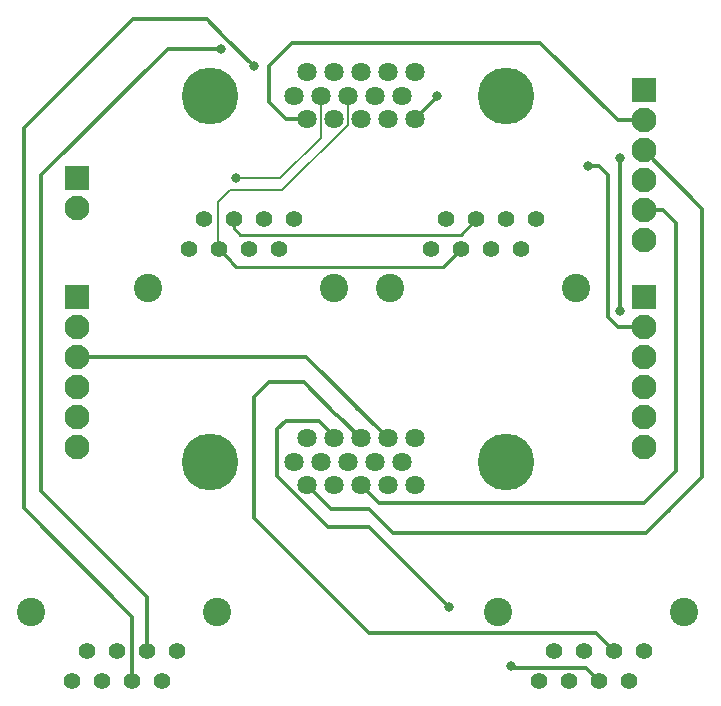
<source format=gbr>
G04 CAM350 V10.5 (Build 464) Date:  Mon Feb 15 08:33:08 2021 *
G04 Database: (Untitled) *
G04 Layer 1: ad57_adapter-B_Cu.gbr *
%FSLAX23Y23*%
%MOIN*%
%SFA1.000B1.000*%

%MIA0B0*%
%IPPOS*%
%ADD10R,0.08268X0.08268*%
%ADD11C,0.08268*%
%ADD12C,0.18902*%
%ADD13C,0.06449*%
%ADD14C,0.09449*%
%ADD15C,0.05512*%
%ADD16C,0.03150*%
%ADD17C,0.01181*%
%ADD18C,0.00984*%
%ADD19C,0.00787*%
%LNad57_adapter-B_Cu.gbr*%
%LPD*%
G54D10*
X5138Y-3071D03*
G54D11*
Y-3171D03*
G54D10*
X7028Y-2776D03*
G54D11*
Y-2876D03*
Y-2976D03*
Y-3076D03*
Y-3176D03*
Y-3276D03*
Y-3965D03*
Y-3865D03*
Y-3765D03*
Y-3665D03*
Y-3565D03*
G54D10*
Y-3465D03*
G54D12*
X6568Y-4015D03*
X5584D03*
G54D13*
X6266Y-4093D03*
X6176D03*
X6086D03*
X5996D03*
X5906D03*
X6221Y-4015D03*
X6131D03*
X6041D03*
X5951D03*
X5861D03*
X6266Y-3937D03*
X6176D03*
X6086D03*
X5996D03*
X5906D03*
Y-2717D03*
X5996D03*
X6086D03*
X6176D03*
X6266D03*
X5861Y-2795D03*
X5951D03*
X6041D03*
X6131D03*
X6221D03*
X5906Y-2873D03*
X5996D03*
X6086D03*
X6176D03*
X6266D03*
G54D12*
X5584Y-2795D03*
X6568D03*
G54D14*
X4987Y-4516D03*
X5607D03*
G54D15*
X5122Y-4746D03*
X5172Y-4646D03*
X5222Y-4746D03*
X5272Y-4646D03*
X5322Y-4746D03*
X5372Y-4646D03*
X5422Y-4746D03*
X5472Y-4646D03*
G54D10*
X5138Y-3465D03*
G54D11*
Y-3565D03*
Y-3665D03*
Y-3765D03*
Y-3865D03*
Y-3965D03*
G54D14*
X5997Y-3437D03*
X5377D03*
G54D15*
X5862Y-3207D03*
X5812Y-3307D03*
X5762Y-3207D03*
X5712Y-3307D03*
X5662Y-3207D03*
X5612Y-3307D03*
X5562Y-3207D03*
X5512Y-3307D03*
X7028Y-4646D03*
X6978Y-4746D03*
X6928Y-4646D03*
X6878Y-4746D03*
X6828Y-4646D03*
X6778Y-4746D03*
X6728Y-4646D03*
X6678Y-4746D03*
G54D14*
X7163Y-4516D03*
X6543D03*
G54D15*
X6319Y-3307D03*
X6369Y-3207D03*
X6419Y-3307D03*
X6469Y-3207D03*
X6519Y-3307D03*
X6569Y-3207D03*
X6619Y-3307D03*
X6669Y-3207D03*
G54D14*
X6184Y-3437D03*
X6804D03*
G54D16*
X6949Y-3514D03*
Y-3002D03*
X6841Y-3031D03*
X6378Y-4498D03*
X6585Y-4695D03*
X5728Y-2697D03*
X5620Y-2638D03*
X5669Y-3071D03*
X6339Y-2795D03*
G54D17*
X5906Y-2873D02*
G01X5835D01*
Y-2873D02*
G01X5778Y-2815D01*
Y-2815D02*
G01Y-2697D01*
Y-2697D02*
G01X5856Y-2618D01*
Y-2618D02*
G01X6683D01*
X6941Y-2876D02*
G01X7028D01*
X6683Y-2618D02*
G01X6941Y-2876D01*
X7224Y-3172D02*
G01X7028Y-2976D01*
X7224Y-4065D02*
G01Y-3172D01*
X6112Y-4173D02*
G01X6191Y-4252D01*
X5986Y-4173D02*
G01X6112D01*
X5906Y-4093D02*
G01X5986Y-4173D01*
X7037Y-4252D02*
G01X7116Y-4173D01*
X6191Y-4252D02*
G01X7037D01*
X7116Y-4173D02*
G01X7224Y-4065D01*
X7111Y-4178D02*
G01X7116Y-4173D01*
X7093Y-3176D02*
G01X7028D01*
X7136Y-3219D02*
G01X7093Y-3176D01*
X7136Y-4045D02*
G01Y-3219D01*
X7028Y-4154D02*
G01X7136Y-4045D01*
X6146Y-4154D02*
G01X7028D01*
X6086Y-4093D02*
G01X6146Y-4154D01*
X6949Y-3051D02*
G01Y-3514D01*
Y-3002D02*
G01Y-3051D01*
X6841Y-3031D02*
G01X6880D01*
Y-3031D02*
G01X6909Y-3061D01*
Y-3061D02*
G01Y-3533D01*
X6941Y-3565D02*
G01X7028D01*
X6909Y-3533D02*
G01X6941Y-3565D01*
X6077Y-3839D02*
G01X6073D01*
X5903Y-3665D02*
G01X6176Y-3937D01*
X5138Y-3665D02*
G01X5903D01*
X6886Y-4604D02*
G01X6928Y-4646D01*
X6886Y-4603D02*
G01Y-4604D01*
X6870Y-4587D02*
G01X6886Y-4603D01*
X6112Y-4587D02*
G01X6870D01*
X5758Y-4232D02*
G01X6112Y-4587D01*
X6086Y-3937D02*
G01X6007Y-3858D01*
Y-3858D02*
G01X6004D01*
Y-3858D02*
G01X5896Y-3750D01*
Y-3750D02*
G01X5778D01*
Y-3750D02*
G01X5728Y-3799D01*
Y-4203D02*
G01X5758Y-4232D01*
X5728Y-3799D02*
G01Y-4203D01*
X5996Y-3937D02*
G01Y-3929D01*
X5945Y-3878D02*
G01X5837D01*
X5996Y-3929D02*
G01X5945Y-3878D01*
X6836Y-4704D02*
G01X6831D01*
X6878Y-4746D02*
G01X6836Y-4704D01*
X5837Y-3878D02*
G01X5807Y-3907D01*
Y-4063D02*
G01X5977Y-4232D01*
X5807Y-3907D02*
G01Y-4063D01*
X6112Y-4232D02*
G01X6378Y-4498D01*
X5977Y-4232D02*
G01X6112D01*
X6594Y-4704D02*
G01X6585Y-4695D01*
X6836Y-4704D02*
G01X6594D01*
X5630Y-2598D02*
G01X5728Y-2697D01*
X5571Y-2539D02*
G01X5630Y-2598D01*
X5325Y-2539D02*
G01X5571D01*
X4961Y-2904D02*
G01X5325Y-2539D01*
X4961Y-4171D02*
G01Y-2904D01*
X5322Y-4533D02*
G01X4961Y-4171D01*
X5322Y-4746D02*
G01Y-4533D01*
X5372Y-4646D02*
G01Y-4467D01*
Y-4467D02*
G01X5020Y-4114D01*
Y-4114D02*
G01Y-3061D01*
X5443Y-2638D02*
G01X5620D01*
X5020Y-3061D02*
G01X5443Y-2638D01*
G54D18*
X5662Y-3236D02*
G01X5684Y-3258D01*
X5662Y-3207D02*
G01Y-3236D01*
X6418Y-3258D02*
G01X6469Y-3207D01*
X5684Y-3258D02*
G01X6418D01*
G54D19*
X5951Y-2795D02*
G01Y-2937D01*
X5817Y-3071D02*
G01X5669D01*
X5951Y-2937D02*
G01X5817Y-3071D01*
G54D18*
X5652Y-3347D02*
G01Y-3349D01*
X5612Y-3307D02*
G01X5652Y-3347D01*
Y-3349D02*
G01X5669Y-3366D01*
X6360D02*
G01X6419Y-3307D01*
X5669Y-3366D02*
G01X6360D01*
G54D19*
X5610Y-3306D02*
G01X5612Y-3307D01*
X5610Y-3150D02*
G01Y-3306D01*
X5650Y-3110D02*
G01X5610Y-3150D01*
X5823Y-3110D02*
G01X5650D01*
X6041Y-2893D02*
G01X5823Y-3110D01*
X6041Y-2795D02*
G01Y-2893D01*
G54D17*
X6339Y-2799D02*
G01X6266Y-2873D01*
X6339Y-2795D02*
G01Y-2799D01*
M02*

</source>
